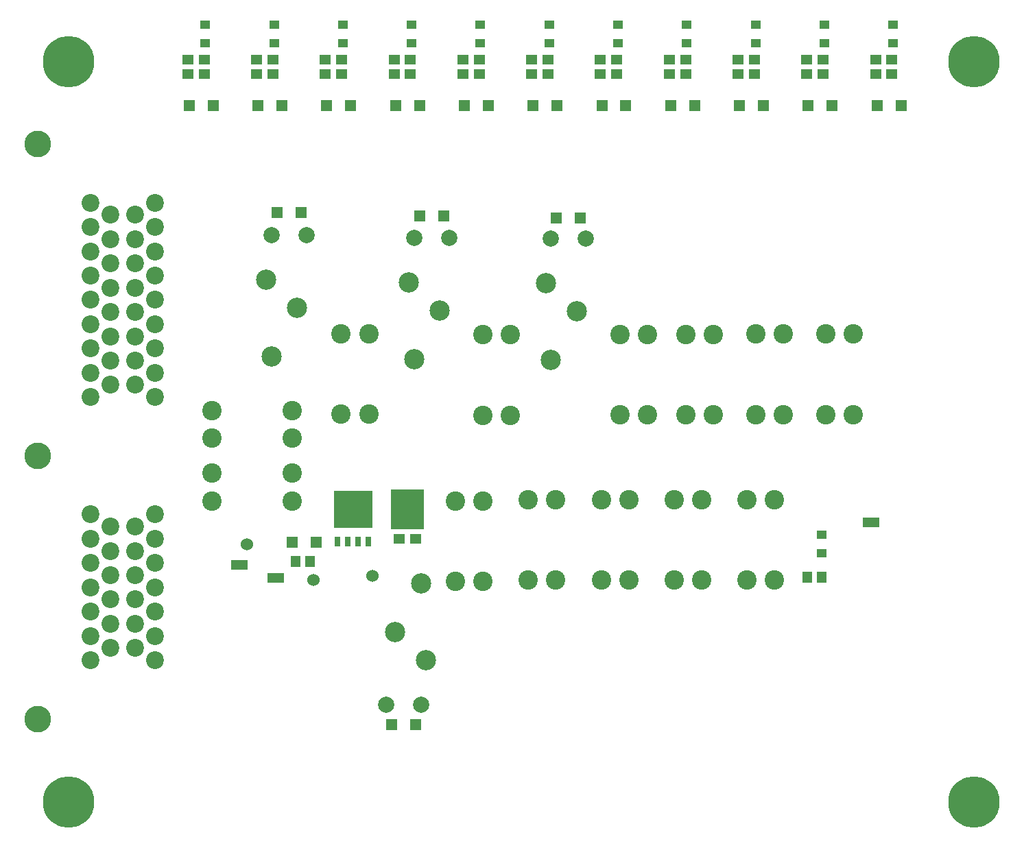
<source format=gbr>
%TF.GenerationSoftware,Altium Limited,Altium Designer,19.0.10 (269)*%
G04 Layer_Color=255*
%FSLAX26Y26*%
%MOIN*%
%TF.FileFunction,Pads,Top*%
%TF.Part,Single*%
G01*
G75*
%TA.AperFunction,SMDPad,CuDef*%
%ADD10R,0.053150X0.057087*%
%ADD11R,0.051181X0.043307*%
%ADD12R,0.053150X0.045276*%
%ADD13R,0.080709X0.045276*%
%ADD14R,0.045276X0.053150*%
%ADD15R,0.185039X0.181102*%
%ADD16R,0.027559X0.045276*%
%ADD17R,0.057087X0.051181*%
%ADD18R,0.163386X0.192913*%
%TA.AperFunction,ComponentPad*%
%ADD23C,0.094488*%
%ADD24C,0.086614*%
%ADD25C,0.129921*%
%TA.AperFunction,ViaPad*%
%ADD26C,0.060000*%
%ADD27C,0.250000*%
%TA.AperFunction,ComponentPad*%
%ADD28C,0.098425*%
%ADD29C,0.078740*%
D10*
X2787071Y3139000D02*
D03*
X2670929D02*
D03*
X1428622Y3167000D02*
D03*
X1312480D02*
D03*
X2122330Y3149999D02*
D03*
X2006189D02*
D03*
X1870108Y677000D02*
D03*
X1986249D02*
D03*
X1670943Y3686000D02*
D03*
X1554801D02*
D03*
X1336652D02*
D03*
X1220510D02*
D03*
X1002361D02*
D03*
X886220D02*
D03*
X2005233D02*
D03*
X1889092D02*
D03*
X3676686D02*
D03*
X3560545D02*
D03*
X4345267D02*
D03*
X4229126D02*
D03*
X4010977D02*
D03*
X3894835D02*
D03*
X2673814D02*
D03*
X2557673D02*
D03*
X2339524D02*
D03*
X2223382D02*
D03*
X3342396D02*
D03*
X3226254D02*
D03*
X3008105D02*
D03*
X2891963D02*
D03*
X1502362Y1564362D02*
D03*
X1386221D02*
D03*
D11*
X1967162Y3990724D02*
D03*
Y4081276D02*
D03*
X2301453Y3990724D02*
D03*
Y4081276D02*
D03*
X2635744Y3990724D02*
D03*
Y4081276D02*
D03*
X2970034Y3990724D02*
D03*
Y4081276D02*
D03*
X3304325Y3990724D02*
D03*
Y4081276D02*
D03*
X3638615Y3990724D02*
D03*
Y4081276D02*
D03*
X3972906Y3990724D02*
D03*
Y4081276D02*
D03*
X4307197Y3990724D02*
D03*
Y4081276D02*
D03*
X1632872Y3990724D02*
D03*
Y4081276D02*
D03*
X1298581Y3990724D02*
D03*
Y4081276D02*
D03*
X964291Y3990724D02*
D03*
Y4081276D02*
D03*
X3958308Y1601071D02*
D03*
Y1510520D02*
D03*
D12*
X879016Y3841276D02*
D03*
Y3910173D02*
D03*
X1213307Y3841276D02*
D03*
Y3910173D02*
D03*
X1547597Y3841276D02*
D03*
Y3910173D02*
D03*
X1881888Y3841276D02*
D03*
Y3910173D02*
D03*
X2216179Y3841276D02*
D03*
Y3910173D02*
D03*
X3887632Y3841276D02*
D03*
Y3910173D02*
D03*
X4221922Y3841276D02*
D03*
Y3910173D02*
D03*
X3553341Y3841276D02*
D03*
Y3910173D02*
D03*
X3219050Y3841276D02*
D03*
Y3910173D02*
D03*
X2884760Y3841276D02*
D03*
Y3910173D02*
D03*
X2550469Y3841276D02*
D03*
Y3910173D02*
D03*
X3632633Y3910174D02*
D03*
Y3841276D02*
D03*
X3966923Y3910174D02*
D03*
Y3841276D02*
D03*
X4301214Y3910174D02*
D03*
Y3841276D02*
D03*
X1961179Y3910174D02*
D03*
Y3841276D02*
D03*
X2295470Y3910174D02*
D03*
Y3841276D02*
D03*
X2629761Y3910174D02*
D03*
Y3841276D02*
D03*
X2964051Y3910174D02*
D03*
Y3841276D02*
D03*
X3298342Y3910174D02*
D03*
Y3841276D02*
D03*
X1626889Y3910174D02*
D03*
Y3841276D02*
D03*
X958308Y3910174D02*
D03*
Y3841276D02*
D03*
X1292598Y3910174D02*
D03*
Y3841276D02*
D03*
D13*
X1130000Y1451783D02*
D03*
X4200000Y1660000D02*
D03*
X1307000Y1389627D02*
D03*
D14*
X3889411Y1393000D02*
D03*
X3958308D02*
D03*
X1471740Y1469362D02*
D03*
X1402843D02*
D03*
D15*
X1681923Y1724173D02*
D03*
D16*
X1756923Y1566693D02*
D03*
X1706923D02*
D03*
X1656923D02*
D03*
X1606923D02*
D03*
D17*
X1906920Y1579055D02*
D03*
X1986920D02*
D03*
D18*
X1946920Y1725000D02*
D03*
D23*
X1385551Y1765000D02*
D03*
X995000D02*
D03*
X1385551Y1898858D02*
D03*
X995000D02*
D03*
Y2203780D02*
D03*
X1385551D02*
D03*
X995000Y2069921D02*
D03*
X1385551D02*
D03*
X1624843Y2186206D02*
D03*
Y2576757D02*
D03*
X1758701Y2186206D02*
D03*
Y2576757D02*
D03*
X2313490Y2181724D02*
D03*
Y2572276D02*
D03*
X2447348Y2181724D02*
D03*
Y2572276D02*
D03*
X2979165Y2183724D02*
D03*
Y2574276D02*
D03*
X3113023Y2183724D02*
D03*
Y2574276D02*
D03*
X3299361Y2184449D02*
D03*
Y2575000D02*
D03*
X3433220Y2184449D02*
D03*
Y2575000D02*
D03*
X3638246Y2184724D02*
D03*
Y2575276D02*
D03*
X3772104Y2184724D02*
D03*
Y2575276D02*
D03*
X3978379Y2184898D02*
D03*
Y2575450D02*
D03*
X4112237Y2184898D02*
D03*
Y2575450D02*
D03*
X3731237Y1771450D02*
D03*
Y1380898D02*
D03*
X3597378Y1771450D02*
D03*
Y1380898D02*
D03*
X3376886Y1771000D02*
D03*
Y1380449D02*
D03*
X3243028Y1771000D02*
D03*
Y1380449D02*
D03*
X3022570Y1771450D02*
D03*
Y1380898D02*
D03*
X2888712Y1771450D02*
D03*
Y1380898D02*
D03*
X2667701Y1771757D02*
D03*
Y1381206D02*
D03*
X2533843Y1771757D02*
D03*
Y1381206D02*
D03*
X2313314Y1763253D02*
D03*
Y1372702D02*
D03*
X2179456Y1763253D02*
D03*
Y1372702D02*
D03*
D24*
X720866Y2269685D02*
D03*
Y2387795D02*
D03*
Y2505905D02*
D03*
Y2624016D02*
D03*
Y2742126D02*
D03*
Y2860236D02*
D03*
Y2978347D02*
D03*
Y3096457D02*
D03*
Y3214567D02*
D03*
X622441Y2328740D02*
D03*
Y2446850D02*
D03*
Y2564961D02*
D03*
Y2683071D02*
D03*
Y2801181D02*
D03*
Y2919291D02*
D03*
Y3037402D02*
D03*
Y3155512D02*
D03*
X504331Y2328740D02*
D03*
Y2446850D02*
D03*
Y2564961D02*
D03*
Y2683071D02*
D03*
Y2801181D02*
D03*
Y2919291D02*
D03*
Y3037402D02*
D03*
Y3155512D02*
D03*
X405906Y2269685D02*
D03*
Y2387795D02*
D03*
Y2505905D02*
D03*
Y2624016D02*
D03*
Y2742126D02*
D03*
Y2860236D02*
D03*
Y2978347D02*
D03*
Y3096457D02*
D03*
Y3214567D02*
D03*
Y1698819D02*
D03*
Y1580709D02*
D03*
Y1462599D02*
D03*
Y1344488D02*
D03*
Y1226378D02*
D03*
Y1108268D02*
D03*
Y990158D02*
D03*
X504331Y1639764D02*
D03*
Y1521654D02*
D03*
Y1403543D02*
D03*
Y1285433D02*
D03*
Y1167323D02*
D03*
Y1049213D02*
D03*
X622441Y1639764D02*
D03*
Y1521654D02*
D03*
Y1403543D02*
D03*
Y1285433D02*
D03*
Y1167323D02*
D03*
Y1049213D02*
D03*
X720866Y1698819D02*
D03*
Y1580709D02*
D03*
Y1462599D02*
D03*
Y1344488D02*
D03*
Y1226378D02*
D03*
Y1108268D02*
D03*
Y990158D02*
D03*
D25*
X150000Y704724D02*
D03*
Y1984252D02*
D03*
Y3500000D02*
D03*
D26*
X1166000Y1552000D02*
D03*
X1777000Y1401000D02*
D03*
X1490000Y1380000D02*
D03*
D27*
X4700000Y300000D02*
D03*
Y3900000D02*
D03*
X300000D02*
D03*
Y300000D02*
D03*
D28*
X2644656Y2449512D02*
D03*
X2619065Y2823528D02*
D03*
X2768671Y2685732D02*
D03*
X1979001Y2452449D02*
D03*
X1953410Y2826465D02*
D03*
X2103016Y2688670D02*
D03*
X1286000Y2466449D02*
D03*
X1260410Y2840465D02*
D03*
X1410016Y2702669D02*
D03*
X2011929Y1364551D02*
D03*
X2037520Y990535D02*
D03*
X1887913Y1128331D02*
D03*
D29*
X2813947Y3040063D02*
D03*
X2644656D02*
D03*
X2148292Y3043001D02*
D03*
X1979001D02*
D03*
X1455292Y3057000D02*
D03*
X1286000D02*
D03*
X1842638Y774000D02*
D03*
X2011929D02*
D03*
%TF.MD5,949404051ccf2b50b8c7a3a06c1ede21*%
M02*

</source>
